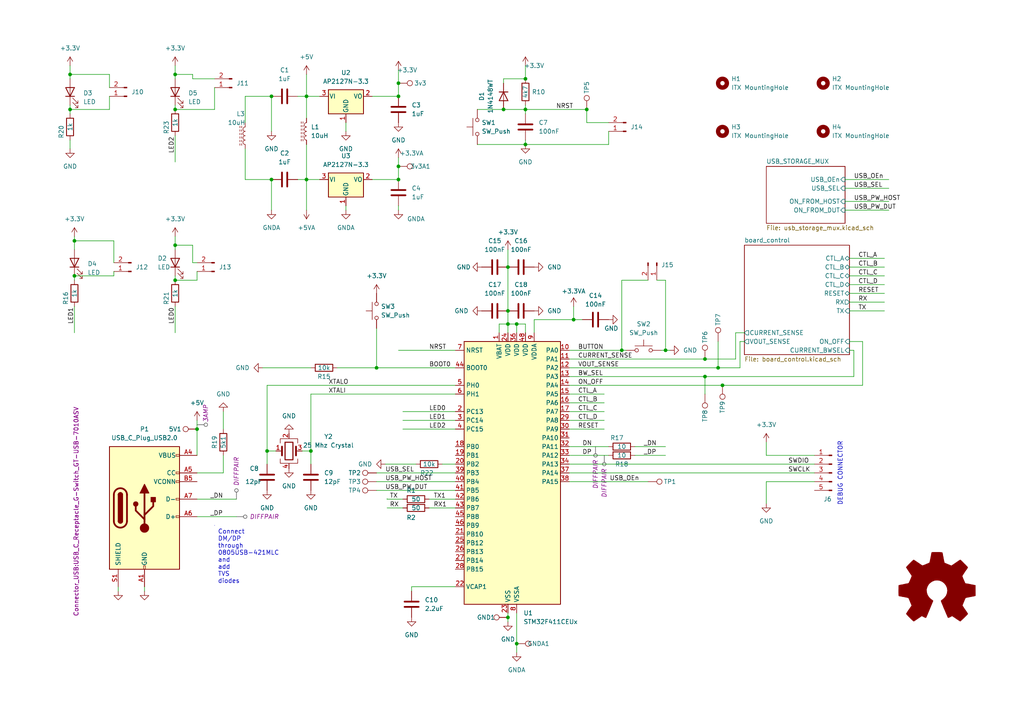
<source format=kicad_sch>
(kicad_sch (version 20230121) (generator eeschema)
  (paper "A4")
  (title_block (title "Jumpstart controller") (date "2023-06-13") (rev "1.0.0") (company "Red Hat Inc.") (comment 1 "Emerging Technologies") (comment 3 "helps perform CI on Embedded Systems") (comment 4 "This is board is part of the JumpStart project"))
  (lib_symbols
    (symbol "Connector:Conn_01x02_Pin" (pin_names (offset 1.016) hide)
      (property "Reference" "J" (at 0 2.54 0))
      (property "Value" "Conn_01x02_Pin" (at 0 -5.08 0))
      (symbol "Conn_01x02_Pin_1_1"
        (pin passive line (at 5.08 0 180) (length 3.81) (name "Pin_1") (number "1"))
        (pin passive line (at 5.08 -2.54 180) (length 3.81) (name "Pin_2") (number "2"))
      )
    )
    (symbol "Connector:Conn_01x05_Pin" (pin_names (offset 1.016) hide)
      (property "Reference" "J" (at 0 7.62 0))
      (property "Value" "Conn_01x05_Pin" (at 0 -7.62 0))
      (symbol "Conn_01x05_Pin_1_1"
        (pin passive line (at 5.08 5.08 180) (length 3.81) (name "Pin_1") (number "1"))
        (pin passive line (at 5.08 2.54 180) (length 3.81) (name "Pin_2") (number "2"))
        (pin passive line (at 5.08 0 180) (length 3.81) (name "Pin_3") (number "3"))
        (pin passive line (at 5.08 -2.54 180) (length 3.81) (name "Pin_4") (number "4"))
        (pin passive line (at 5.08 -5.08 180) (length 3.81) (name "Pin_5") (number "5"))
      )
    )
    (symbol "Connector:TestPoint" (pin_numbers hide) (pin_names (offset 0.762) hide)
      (property "Reference" "TP" (at 0 6.858 0))
      (property "Value" "TestPoint" (at 0 5.08 0))
      (symbol "TestPoint_1_1"
        (pin passive line (at 0 0 90) (length 2.54) (name "1") (number "1"))
      )
    )
    (symbol "Connector:USB_C_Plug_USB2.0" (pin_names (offset 1.016))
      (property "Reference" "P" (at -10.16 19.05 0))
      (property "Value" "USB_C_Plug_USB2.0" (at 12.7 19.05 0))
      (symbol "USB_C_Plug_USB2.0_1_1"
        (pin passive line (at 0 -22.86 90) (length 5.08) (name "GND") (number "A1"))
        (pin passive line (at 0 -22.86 90) (length 5.08) hide (name "GND") (number "A12"))
        (pin passive line (at 15.24 15.24 180) (length 5.08) (name "VBUS") (number "A4"))
        (pin bidirectional line (at 15.24 10.16 180) (length 5.08) (name "CC") (number "A5"))
        (pin bidirectional line (at 15.24 -2.54 180) (length 5.08) (name "D+") (number "A6"))
        (pin bidirectional line (at 15.24 2.54 180) (length 5.08) (name "D-") (number "A7"))
        (pin passive line (at 15.24 15.24 180) (length 5.08) hide (name "VBUS") (number "A9"))
        (pin passive line (at 0 -22.86 90) (length 5.08) hide (name "GND") (number "B1"))
        (pin passive line (at 0 -22.86 90) (length 5.08) hide (name "GND") (number "B12"))
        (pin passive line (at 15.24 15.24 180) (length 5.08) hide (name "VBUS") (number "B4"))
        (pin bidirectional line (at 15.24 7.62 180) (length 5.08) (name "VCONN") (number "B5"))
        (pin passive line (at 15.24 15.24 180) (length 5.08) hide (name "VBUS") (number "B9"))
        (pin passive line (at -7.62 -22.86 90) (length 5.08) (name "SHIELD") (number "S1"))
      )
    )
    (symbol "Device:C" (pin_numbers hide) (pin_names (offset 0.254))
      (property "Reference" "C" (at 0.635 2.54 0))
      (property "Value" "C" (at 0.635 -2.54 0))
      (symbol "C_1_1"
        (pin passive line (at 0 3.81 270) (length 2.794) (name "~") (number "1"))
        (pin passive line (at 0 -3.81 90) (length 2.794) (name "~") (number "2"))
      )
    )
    (symbol "Device:Crystal_GND24" (pin_names (offset 1.016) hide)
      (property "Reference" "Y" (at 3.175 5.08 0))
      (property "Value" "Crystal_GND24" (at 3.175 3.175 0))
      (symbol "Crystal_GND24_1_1"
        (pin passive line (at -3.81 0 0) (length 1.27) (name "1") (number "1"))
        (pin passive line (at 0 5.08 270) (length 1.27) (name "2") (number "2"))
        (pin passive line (at 3.81 0 180) (length 1.27) (name "3") (number "3"))
        (pin passive line (at 0 -5.08 90) (length 1.27) (name "4") (number "4"))
      )
    )
    (symbol "Device:LED" (pin_numbers hide) (pin_names (offset 1.016) hide)
      (property "Reference" "D" (at 0 2.54 0))
      (property "Value" "LED" (at 0 -2.54 0))
      (symbol "LED_1_1"
        (pin passive line (at -3.81 0 0) (length 2.54) (name "K") (number "1"))
        (pin passive line (at 3.81 0 180) (length 2.54) (name "A") (number "2"))
      )
    )
    (symbol "Device:L_Ferrite" (pin_numbers hide) (pin_names (offset 1.016) hide)
      (property "Reference" "L" (at -1.27 0 90))
      (property "Value" "L_Ferrite" (at 2.794 0 90))
      (symbol "L_Ferrite_1_1"
        (pin passive line (at 0 3.81 270) (length 1.27) (name "1") (number "1"))
        (pin passive line (at 0 -3.81 90) (length 1.27) (name "2") (number "2"))
      )
    )
    (symbol "Device:R" (pin_numbers hide) (pin_names (offset 0))
      (property "Reference" "R" (at 2.032 0 90))
      (property "Value" "R" (at 0 0 90))
      (symbol "R_1_1"
        (pin passive line (at 0 3.81 270) (length 1.27) (name "~") (number "1"))
        (pin passive line (at 0 -3.81 90) (length 1.27) (name "~") (number "2"))
      )
    )
    (symbol "Diode:1N4148WT" (pin_numbers hide) (pin_names hide)
      (property "Reference" "D" (at 0 2.54 0))
      (property "Value" "1N4148WT" (at 0 -2.54 0))
      (symbol "1N4148WT_1_1"
        (pin passive line (at -3.81 0 0) (length 2.54) (name "K") (number "1"))
        (pin passive line (at 3.81 0 180) (length 2.54) (name "A") (number "2"))
      )
    )
    (symbol "Graphic:Logo_Open_Hardware_Large" (in_bom no) (on_board no))
    (symbol "MCU_ST_STM32F4:STM32F411CEUx"
      (property "Reference" "U" (at -12.7 39.37 0))
      (property "Value" "STM32F411CEUx" (at 10.16 39.37 0))
      (symbol "STM32F411CEUx_1_1"
        (pin power_in line (at -2.54 40.64 270) (length 2.54) (name "VBAT") (number "1"))
        (pin bidirectional line (at 17.78 35.56 180) (length 2.54) (name "PA0") (number "10"))
        (pin bidirectional line (at 17.78 33.02 180) (length 2.54) (name "PA1") (number "11"))
        (pin bidirectional line (at 17.78 30.48 180) (length 2.54) (name "PA2") (number "12"))
        (pin bidirectional line (at 17.78 27.94 180) (length 2.54) (name "PA3") (number "13"))
        (pin bidirectional line (at 17.78 25.4 180) (length 2.54) (name "PA4") (number "14"))
        (pin bidirectional line (at 17.78 22.86 180) (length 2.54) (name "PA5") (number "15"))
        (pin bidirectional line (at 17.78 20.32 180) (length 2.54) (name "PA6") (number "16"))
        (pin bidirectional line (at 17.78 17.78 180) (length 2.54) (name "PA7") (number "17"))
        (pin bidirectional line (at -15.24 7.62 0) (length 2.54) (name "PB0") (number "18"))
        (pin bidirectional line (at -15.24 5.08 0) (length 2.54) (name "PB1") (number "19"))
        (pin bidirectional line (at -15.24 17.78 0) (length 2.54) (name "PC13") (number "2"))
        (pin bidirectional line (at -15.24 2.54 0) (length 2.54) (name "PB2") (number "20"))
        (pin bidirectional line (at -15.24 -17.78 0) (length 2.54) (name "PB10") (number "21"))
        (pin power_out line (at -15.24 -33.02 0) (length 2.54) (name "VCAP1") (number "22"))
        (pin power_in line (at 0 -40.64 90) (length 2.54) (name "VSS") (number "23"))
        (pin power_in line (at 0 40.64 270) (length 2.54) (name "VDD") (number "24"))
        (pin bidirectional line (at -15.24 -20.32 0) (length 2.54) (name "PB12") (number "25"))
        (pin bidirectional line (at -15.24 -22.86 0) (length 2.54) (name "PB13") (number "26"))
        (pin bidirectional line (at -15.24 -25.4 0) (length 2.54) (name "PB14") (number "27"))
        (pin bidirectional line (at -15.24 -27.94 0) (length 2.54) (name "PB15") (number "28"))
        (pin bidirectional line (at 17.78 15.24 180) (length 2.54) (name "PA8") (number "29"))
        (pin bidirectional line (at -15.24 15.24 0) (length 2.54) (name "PC14") (number "3"))
        (pin bidirectional line (at 17.78 12.7 180) (length 2.54) (name "PA9") (number "30"))
        (pin bidirectional line (at 17.78 10.16 180) (length 2.54) (name "PA10") (number "31"))
        (pin bidirectional line (at 17.78 7.62 180) (length 2.54) (name "PA11") (number "32"))
        (pin bidirectional line (at 17.78 5.08 180) (length 2.54) (name "PA12") (number "33"))
        (pin bidirectional line (at 17.78 2.54 180) (length 2.54) (name "PA13") (number "34"))
        (pin passive line (at 0 -40.64 90) (length 2.54) hide (name "VSS") (number "35"))
        (pin power_in line (at 2.54 40.64 270) (length 2.54) (name "VDD") (number "36"))
        (pin bidirectional line (at 17.78 0 180) (length 2.54) (name "PA14") (number "37"))
        (pin bidirectional line (at 17.78 -2.54 180) (length 2.54) (name "PA15") (number "38"))
        (pin bidirectional line (at -15.24 0 0) (length 2.54) (name "PB3") (number "39"))
        (pin bidirectional line (at -15.24 12.7 0) (length 2.54) (name "PC15") (number "4"))
        (pin bidirectional line (at -15.24 -2.54 0) (length 2.54) (name "PB4") (number "40"))
        (pin bidirectional line (at -15.24 -5.08 0) (length 2.54) (name "PB5") (number "41"))
        (pin bidirectional line (at -15.24 -7.62 0) (length 2.54) (name "PB6") (number "42"))
        (pin bidirectional line (at -15.24 -10.16 0) (length 2.54) (name "PB7") (number "43"))
        (pin input line (at -15.24 30.48 0) (length 2.54) (name "BOOT0") (number "44"))
        (pin bidirectional line (at -15.24 -12.7 0) (length 2.54) (name "PB8") (number "45"))
        (pin bidirectional line (at -15.24 -15.24 0) (length 2.54) (name "PB9") (number "46"))
        (pin passive line (at 0 -40.64 90) (length 2.54) hide (name "VSS") (number "47"))
        (pin power_in line (at 5.08 40.64 270) (length 2.54) (name "VDD") (number "48"))
        (pin passive line (at 0 -40.64 90) (length 2.54) hide (name "VSS") (number "49"))
        (pin bidirectional line (at -15.24 25.4 0) (length 2.54) (name "PH0") (number "5"))
        (pin bidirectional line (at -15.24 22.86 0) (length 2.54) (name "PH1") (number "6"))
        (pin input line (at -15.24 35.56 0) (length 2.54) (name "NRST") (number "7"))
        (pin power_in line (at 2.54 -40.64 90) (length 2.54) (name "VSSA") (number "8"))
        (pin power_in line (at 7.62 40.64 270) (length 2.54) (name "VDDA") (number "9"))
      )
    )
    (symbol "Mechanical:MountingHole" (pin_names (offset 1.016))
      (property "Reference" "H" (at 0 5.08 0))
      (property "Value" "MountingHole" (at 0 3.175 0))
    )
    (symbol "Regulator_Linear:AP2127N-3.3" (pin_names (offset 0.254))
      (property "Reference" "U" (at -3.81 3.175 0))
      (property "Value" "AP2127N-3.3" (at 0 3.175 0))
      (symbol "AP2127N-3.3_1_1"
        (pin power_in line (at 0 -7.62 90) (length 2.54) (name "GND") (number "1"))
        (pin power_out line (at 7.62 0 180) (length 2.54) (name "VO") (number "2"))
        (pin power_in line (at -7.62 0 0) (length 2.54) (name "VI") (number "3"))
      )
    )
    (symbol "Switch:SW_Push" (pin_numbers hide) (pin_names (offset 1.016) hide)
      (property "Reference" "SW" (at 1.27 2.54 0))
      (property "Value" "SW_Push" (at 0 -1.524 0))
      (symbol "SW_Push_0_1"
        (pin passive line (at -5.08 0 0) (length 2.54) (name "1") (number "1"))
        (pin passive line (at 5.08 0 180) (length 2.54) (name "2") (number "2"))
      )
    )
    (symbol "power:+3.3V" (power) (pin_names (offset 0))
      (property "Value" "+3.3V" (at 0 3.556 0))
      (symbol "+3.3V_1_1"
        (pin power_in line (at 0 0 90) (length 0) hide (name "+3.3V") (number "1"))
      )
    )
    (symbol "power:+3.3VA" (power) (pin_names (offset 0))
      (property "Value" "+3.3VA" (at 0 3.556 0))
      (symbol "+3.3VA_1_1"
        (pin power_in line (at 0 0 90) (length 0) hide (name "+3.3VA") (number "1"))
      )
    )
    (symbol "power:+5V" (power) (pin_names (offset 0))
      (property "Value" "+5V" (at 0 3.556 0))
      (symbol "+5V_1_1"
        (pin power_in line (at 0 0 90) (length 0) hide (name "+5V") (number "1"))
      )
    )
    (symbol "power:+5VA" (power) (pin_names (offset 0))
      (property "Value" "+5VA" (at 0 3.556 0))
      (symbol "+5VA_1_1"
        (pin power_in line (at 0 0 90) (length 0) hide (name "+5VA") (number "1"))
      )
    )
    (symbol "power:GND" (power) (pin_names (offset 0))
      (property "Value" "GND" (at 0 -3.81 0))
      (symbol "GND_1_1"
        (pin power_in line (at 0 0 270) (length 0) hide (name "GND") (number "1"))
      )
    )
    (symbol "power:GNDA" (power) (pin_names (offset 0))
      (property "Value" "GNDA" (at 0 -3.81 0))
      (symbol "GNDA_1_1"
        (pin power_in line (at 0 0 270) (length 0) hide (name "GNDA") (number "1"))
      )
    )
  )
  (junction (at 115.57 24.13))
  (junction (at 115.57 27.94))
  (junction (at 204.47 109.22))
  (junction (at 50.8 81.28))
  (junction (at 147.32 77.47))
  (junction (at 209.55 111.76))
  (junction (at 193.04 101.6))
  (junction (at 109.22 106.68))
  (junction (at 57.15 124.46))
  (junction (at 50.8 31.75))
  (junction (at 152.4 41.91))
  (junction (at 208.28 106.68))
  (junction (at 115.57 48.26))
  (junction (at 166.37 92.71))
  (junction (at 20.32 21.59))
  (junction (at 152.4 31.75))
  (junction (at 147.32 179.07))
  (junction (at 152.4 22.86))
  (junction (at 147.32 93.98))
  (junction (at 78.74 52.07))
  (junction (at 115.57 52.07))
  (junction (at 146.05 31.75))
  (junction (at 147.32 90.17))
  (junction (at 170.18 31.75))
  (junction (at 88.9 52.07))
  (junction (at 204.47 104.14))
  (junction (at 180.34 101.6))
  (junction (at 149.86 93.98))
  (junction (at 21.59 80.01))
  (junction (at 77.47 130.81))
  (junction (at 20.32 31.75))
  (junction (at 149.86 186.69))
  (junction (at 88.9 27.94))
  (junction (at 90.17 130.81))
  (junction (at 21.59 69.85))
  (junction (at 50.8 21.59))
  (junction (at 78.74 27.94))
  (junction (at 50.8 71.12))
  (wire (pts (xy 213.36 96.52) (xy 215.9 96.52)))
  (wire (pts (xy 165.1 129.54) (xy 176.53 129.54)))
  (wire (pts (xy 33.02 78.74) (xy 33.02 80.01)))
  (wire (pts (xy 236.22 132.08) (xy 222.25 132.08)))
  (wire (pts (xy 77.47 111.76) (xy 77.47 130.81)))
  (wire (pts (xy 77.47 130.81) (xy 80.01 130.81)))
  (wire (pts (xy 55.88 71.12) (xy 50.8 71.12)))
  (wire (pts (xy 180.34 101.6) (xy 181.61 101.6)))
  (wire (pts (xy 147.32 90.17) (xy 147.32 93.98)))
  (wire (pts (xy 128.27 134.62) (xy 132.08 134.62)))
  (wire (pts (xy 165.1 111.76) (xy 209.55 111.76)))
  (wire (pts (xy 165.1 137.16) (xy 236.22 137.16)))
  (wire (pts (xy 193.04 101.6) (xy 194.31 101.6)))
  (wire (pts (xy 88.9 41.91) (xy 88.9 52.07)))
  (wire (pts (xy 57.15 132.08) (xy 57.15 124.46)))
  (wire (pts (xy 31.75 27.94) (xy 31.75 31.75)))
  (wire (pts (xy 50.8 39.37) (xy 50.8 46.99)))
  (wire (pts (xy 222.25 128.27) (xy 222.25 132.08)))
  (wire (pts (xy 111.76 134.62) (xy 120.65 134.62)))
  (wire (pts (xy 204.47 109.22) (xy 247.65 109.22)))
  (wire (pts (xy 20.32 40.64) (xy 20.32 43.18)))
  (wire (pts (xy 55.88 22.86) (xy 55.88 21.59)))
  (wire (pts (xy 20.32 19.05) (xy 20.32 21.59)))
  (wire (pts (xy 86.36 52.07) (xy 88.9 52.07)))
  (wire (pts (xy 204.47 104.14) (xy 165.1 104.14)))
  (wire (pts (xy 78.74 27.94) (xy 78.74 38.1)))
  (wire (pts (xy 57.15 149.86) (xy 68.58 149.86)))
  (wire (pts (xy 21.59 88.9) (xy 21.59 96.52)))
  (wire (pts (xy 57.15 78.74) (xy 57.15 81.28)))
  (wire (pts (xy 245.11 52.07) (xy 257.81 52.07)))
  (wire (pts (xy 77.47 111.76) (xy 132.08 111.76)))
  (wire (pts (xy 115.57 20.32) (xy 115.57 24.13)))
  (wire (pts (xy 187.96 81.28) (xy 180.34 81.28)))
  (wire (pts (xy 21.59 68.58) (xy 21.59 69.85)))
  (wire (pts (xy 246.38 90.17) (xy 256.54 90.17)))
  (wire (pts (xy 109.22 95.25) (xy 109.22 106.68)))
  (wire (pts (xy 209.55 111.76) (xy 250.19 111.76)))
  (wire (pts (xy 154.94 96.52) (xy 154.94 92.71)))
  (wire (pts (xy 116.84 121.92) (xy 132.08 121.92)))
  (wire (pts (xy 146.05 24.13) (xy 146.05 22.86)))
  (wire (pts (xy 20.32 21.59) (xy 20.32 22.86)))
  (wire (pts (xy 55.88 76.2) (xy 55.88 71.12)))
  (wire (pts (xy 165.1 132.08) (xy 176.53 132.08)))
  (wire (pts (xy 31.75 21.59) (xy 20.32 21.59)))
  (wire (pts (xy 184.15 132.08) (xy 193.04 132.08)))
  (wire (pts (xy 77.47 134.62) (xy 77.47 130.81)))
  (wire (pts (xy 88.9 21.59) (xy 88.9 27.94)))
  (wire (pts (xy 149.86 177.8) (xy 149.86 186.69)))
  (wire (pts (xy 144.78 93.98) (xy 147.32 93.98)))
  (wire (pts (xy 90.17 130.81) (xy 90.17 134.62)))
  (wire (pts (xy 71.12 27.94) (xy 78.74 27.94)))
  (wire (pts (xy 50.8 88.9) (xy 50.8 96.52)))
  (wire (pts (xy 57.15 144.78) (xy 68.58 144.78)))
  (wire (pts (xy 187.96 139.7) (xy 165.1 139.7)))
  (wire (pts (xy 62.23 25.4) (xy 62.23 31.75)))
  (wire (pts (xy 165.1 121.92) (xy 175.26 121.92)))
  (wire (pts (xy 165.1 119.38) (xy 175.26 119.38)))
  (wire (pts (xy 166.37 92.71) (xy 168.91 92.71)))
  (wire (pts (xy 109.22 139.7) (xy 132.08 139.7)))
  (wire (pts (xy 245.11 60.96) (xy 257.81 60.96)))
  (wire (pts (xy 152.4 40.64) (xy 152.4 41.91)))
  (wire (pts (xy 152.4 41.91) (xy 176.53 41.91)))
  (wire (pts (xy 147.32 93.98) (xy 147.32 96.52)))
  (wire (pts (xy 208.28 106.68) (xy 165.1 106.68)))
  (wire (pts (xy 88.9 27.94) (xy 92.71 27.94)))
  (wire (pts (xy 50.8 68.58) (xy 50.8 71.12)))
  (wire (pts (xy 147.32 77.47) (xy 147.32 90.17)))
  (wire (pts (xy 107.95 27.94) (xy 115.57 27.94)))
  (wire (pts (xy 109.22 142.24) (xy 132.08 142.24)))
  (wire (pts (xy 236.22 139.7) (xy 222.25 139.7)))
  (wire (pts (xy 71.12 52.07) (xy 78.74 52.07)))
  (wire (pts (xy 115.57 48.26) (xy 115.57 45.72)))
  (wire (pts (xy 193.04 81.28) (xy 193.04 101.6)))
  (wire (pts (xy 208.28 99.06) (xy 208.28 106.68)))
  (wire (pts (xy 184.15 129.54) (xy 193.04 129.54)))
  (wire (pts (xy 50.8 30.48) (xy 50.8 31.75)))
  (wire (pts (xy 41.91 170.18) (xy 41.91 171.45)))
  (wire (pts (xy 146.05 31.75) (xy 152.4 31.75)))
  (wire (pts (xy 154.94 92.71) (xy 166.37 92.71)))
  (wire (pts (xy 62.23 31.75) (xy 50.8 31.75)))
  (wire (pts (xy 90.17 114.3) (xy 132.08 114.3)))
  (wire (pts (xy 55.88 21.59) (xy 50.8 21.59)))
  (wire (pts (xy 33.02 80.01) (xy 21.59 80.01)))
  (wire (pts (xy 191.77 101.6) (xy 193.04 101.6)))
  (wire (pts (xy 138.43 31.75) (xy 146.05 31.75)))
  (wire (pts (xy 165.1 134.62) (xy 236.22 134.62)))
  (wire (pts (xy 152.4 19.05) (xy 152.4 22.86)))
  (wire (pts (xy 109.22 106.68) (xy 132.08 106.68)))
  (wire (pts (xy 71.12 43.18) (xy 71.12 52.07)))
  (wire (pts (xy 78.74 52.07) (xy 78.74 60.96)))
  (wire (pts (xy 246.38 101.6) (xy 247.65 101.6)))
  (wire (pts (xy 152.4 30.48) (xy 152.4 31.75)))
  (wire (pts (xy 88.9 52.07) (xy 92.71 52.07)))
  (wire (pts (xy 165.1 116.84) (xy 175.26 116.84)))
  (wire (pts (xy 149.86 186.69) (xy 149.86 189.23)))
  (wire (pts (xy 119.38 170.18) (xy 119.38 171.45)))
  (wire (pts (xy 112.268 147.32) (xy 116.84 147.32)))
  (wire (pts (xy 57.15 137.16) (xy 64.77 137.16)))
  (wire (pts (xy 149.86 93.98) (xy 149.86 96.52)))
  (wire (pts (xy 87.63 130.81) (xy 90.17 130.81)))
  (wire (pts (xy 97.79 106.68) (xy 109.22 106.68)))
  (wire (pts (xy 176.53 35.56) (xy 170.18 35.56)))
  (wire (pts (xy 20.32 30.48) (xy 20.32 31.75)))
  (wire (pts (xy 144.78 96.52) (xy 144.78 93.98)))
  (wire (pts (xy 57.15 81.28) (xy 50.8 81.28)))
  (wire (pts (xy 146.05 22.86) (xy 152.4 22.86)))
  (wire (pts (xy 214.63 99.06) (xy 215.9 99.06)))
  (wire (pts (xy 165.1 114.3) (xy 175.26 114.3)))
  (wire (pts (xy 152.4 31.75) (xy 170.18 31.75)))
  (wire (pts (xy 165.1 109.22) (xy 204.47 109.22)))
  (wire (pts (xy 115.57 59.69) (xy 115.57 60.96)))
  (wire (pts (xy 116.84 124.46) (xy 132.08 124.46)))
  (wire (pts (xy 245.11 54.61) (xy 257.81 54.61)))
  (wire (pts (xy 34.29 170.18) (xy 34.29 171.45)))
  (wire (pts (xy 176.53 38.1) (xy 176.53 41.91)))
  (wire (pts (xy 100.33 60.96) (xy 100.33 59.69)))
  (wire (pts (xy 138.43 41.91) (xy 152.4 41.91)))
  (wire (pts (xy 62.23 22.86) (xy 55.88 22.86)))
  (wire (pts (xy 33.02 76.2) (xy 33.02 69.85)))
  (wire (pts (xy 86.36 27.94) (xy 88.9 27.94)))
  (wire (pts (xy 152.4 93.98) (xy 152.4 96.52)))
  (wire (pts (xy 180.34 81.28) (xy 180.34 101.6)))
  (wire (pts (xy 50.8 21.59) (xy 50.8 22.86)))
  (wire (pts (xy 112.268 144.653) (xy 112.268 144.78)))
  (wire (pts (xy 71.12 35.56) (xy 71.12 27.94)))
  (wire (pts (xy 214.63 99.06) (xy 214.63 106.68)))
  (wire (pts (xy 170.18 35.56) (xy 170.18 31.75)))
  (wire (pts (xy 50.8 71.12) (xy 50.8 72.39)))
  (wire (pts (xy 57.15 76.2) (xy 55.88 76.2)))
  (wire (pts (xy 250.19 111.76) (xy 250.19 99.06)))
  (wire (pts (xy 115.57 52.07) (xy 115.57 48.26)))
  (wire (pts (xy 124.46 144.78) (xy 132.08 144.78)))
  (wire (pts (xy 245.11 58.42) (xy 257.81 58.42)))
  (wire (pts (xy 149.86 93.98) (xy 152.4 93.98)))
  (wire (pts (xy 57.15 124.46) (xy 57.15 121.92)))
  (wire (pts (xy 107.95 52.07) (xy 115.57 52.07)))
  (wire (pts (xy 109.22 137.16) (xy 132.08 137.16)))
  (wire (pts (xy 165.1 101.6) (xy 180.34 101.6)))
  (wire (pts (xy 246.38 74.93) (xy 256.54 74.93)))
  (wire (pts (xy 100.33 35.56) (xy 100.33 38.1)))
  (wire (pts (xy 76.2 106.68) (xy 90.17 106.68)))
  (wire (pts (xy 147.32 177.8) (xy 147.32 179.07)))
  (wire (pts (xy 132.08 170.18) (xy 119.38 170.18)))
  (wire (pts (xy 213.36 96.52) (xy 213.36 104.14)))
  (wire (pts (xy 213.36 104.14) (xy 204.47 104.14)))
  (wire (pts (xy 88.9 27.94) (xy 88.9 34.29)))
  (wire (pts (xy 33.02 69.85) (xy 21.59 69.85)))
  (wire (pts (xy 214.63 106.68) (xy 208.28 106.68)))
  (wire (pts (xy 90.17 130.81) (xy 90.17 114.3)))
  (wire (pts (xy 246.38 80.01) (xy 256.54 80.01)))
  (wire (pts (xy 50.8 19.05) (xy 50.8 21.59)))
  (wire (pts (xy 247.65 109.22) (xy 247.65 101.6)))
  (wire (pts (xy 165.1 124.46) (xy 175.26 124.46)))
  (wire (pts (xy 147.32 72.39) (xy 147.32 77.47)))
  (wire (pts (xy 124.46 147.32) (xy 132.08 147.32)))
  (wire (pts (xy 204.47 109.22) (xy 204.47 114.3)))
  (wire (pts (xy 115.57 24.13) (xy 115.57 27.94)))
  (wire (pts (xy 246.38 87.63) (xy 256.54 87.63)))
  (wire (pts (xy 190.5 81.28) (xy 193.04 81.28)))
  (wire (pts (xy 21.59 80.01) (xy 21.59 81.28)))
  (wire (pts (xy 21.59 69.85) (xy 21.59 72.39)))
  (wire (pts (xy 147.32 179.07) (xy 147.32 180.34)))
  (wire (pts (xy 31.75 25.4) (xy 31.75 21.59)))
  (wire (pts (xy 116.84 119.38) (xy 132.08 119.38)))
  (wire (pts (xy 20.32 31.75) (xy 20.32 33.02)))
  (wire (pts (xy 166.37 88.9) (xy 166.37 92.71)))
  (wire (pts (xy 50.8 80.01) (xy 50.8 81.28)))
  (wire (pts (xy 246.38 85.09) (xy 256.54 85.09)))
  (wire (pts (xy 64.77 119.38) (xy 64.77 124.46)))
  (wire (pts (xy 246.38 99.06) (xy 250.19 99.06)))
  (wire (pts (xy 31.75 31.75) (xy 20.32 31.75)))
  (wire (pts (xy 246.38 77.47) (xy 256.54 77.47)))
  (wire (pts (xy 64.77 132.08) (xy 64.77 137.16)))
  (wire (pts (xy 152.4 31.75) (xy 152.4 33.02)))
  (wire (pts (xy 88.9 60.96) (xy 88.9 52.07)))
  (wire (pts (xy 147.32 93.98) (xy 149.86 93.98)))
  (wire (pts (xy 222.25 139.7) (xy 222.25 146.05)))
  (wire (pts (xy 115.57 101.6) (xy 132.08 101.6)))
  (wire (pts (xy 116.84 144.78) (xy 112.268 144.78)))
  (wire (pts (xy 246.38 82.55) (xy 256.54 82.55)))
  (text_box "Connect DM/DP through 0805USB-421MLC\nand add TVS diodes" (at 62.23 152.4 0) (size 0 0) (effects (font (size 1.27 1.27)) (justify left top)))
  (text "DEBUG CONNECTOR\n" (at 244.475 146.685 90) (effects (font (size 1.27 1.27)) (justify left bottom)))
  (label "USB_OEn" (at 247.65 52.07 0))
  (label "CTL_C" (at 248.92 80.01 0))
  (label "CTL_C" (at 167.64 119.38 0))
  (label "_DP" (at 186.69 132.08 0))
  (label "SWCLK" (at 228.6 137.16 0))
  (label "DP" (at 168.91 132.08 0))
  (label "LED0" (at 124.46 119.38 0))
  (label "CTL_A" (at 248.92 74.93 0))
  (label "BW_SEL" (at 167.64 109.22 0))
  (label "TX1" (at 125.73 144.78 0))
  (label "BOOT0" (at 124.46 106.68 0))
  (label "LED1" (at 124.46 121.92 0))
  (label "USB_PW_HOST" (at 111.76 139.7 0))
  (label "CTL_A" (at 167.64 114.3 0))
  (label "VOUT_SENSE" (at 167.64 106.68 0))
  (label "_DN" (at 186.69 129.54 0))
  (label "LED1" (at 21.59 93.98 90))
  (label "CTL_B" (at 167.64 116.84 0))
  (label "USB_SEL" (at 111.76 137.16 0))
  (label "SWDIO" (at 228.6 134.62 0))
  (label "NRST" (at 124.46 101.6 0))
  (label "RESET" (at 248.92 85.09 0))
  (label "_DP" (at 60.96 149.86 0))
  (label "_DN" (at 60.96 144.78 0))
  (label "LED2" (at 50.8 44.45 90))
  (label "USB_PW_HOST" (at 247.65 58.42 0))
  (label "RX1" (at 125.73 147.32 0))
  (label "USB_SEL" (at 247.65 54.61 0))
  (label "DN" (at 168.91 129.54 0))
  (label "CTL_D" (at 248.92 82.55 0))
  (label "RX" (at 113.03 147.32 0))
  (label "CURRENT_SENSE" (at 167.64 104.14 0))
  (label "LED0" (at 50.8 93.98 90))
  (label "NRST" (at 161.29 31.75 0))
  (label "XTALI" (at 95.25 114.3 0))
  (label "TX" (at 248.92 90.17 0))
  (label "BUTTON" (at 167.64 101.6 0))
  (label "LED2" (at 124.46 124.46 0))
  (label "USB_PW_DUT" (at 247.65 60.96 0))
  (label "TX" (at 113.03 144.78 0))
  (label "XTALO" (at 95.25 111.76 0))
  (label "RESET" (at 167.64 124.46 0))
  (label "ON_OFF" (at 167.64 111.76 0))
  (label "RX" (at 248.92 87.63 0))
  (label "CTL_B" (at 248.92 77.47 0))
  (label "USB_PW_DUT" (at 111.76 142.24 0))
  (label "CTL_D" (at 167.64 121.92 0))
  (label "USB_OEn" (at 185.42 139.7 180))
  (netclass_flag "" (length 2.54) (shape round) (at 57.15 123.19 270) (property "Netclass" "3AMP" (at 59.69 122.4915 90) (effects (font italic) (justify left))))
  (netclass_flag "" (length 2.54) (shape round) (at 172.72 129.54 180) (property "Netclass" "DIFFPAIR" (at 172.72 133.35 90) (effects (font italic) (justify right))))
  (netclass_flag "" (length 2.54) (shape round) (at 68.58 144.78 0) (property "Netclass" "DIFFPAIR" (at 68.58 140.97 90) (effects (font italic) (justify left))))
  (netclass_flag "" (length 2.54) (shape round) (at 68.58 149.86 270) (property "Netclass" "DIFFPAIR" (at 72.39 149.86 0) (effects (font italic) (justify left))))
  (netclass_flag "" (length 2.54) (shape round) (at 175.26 132.08 180) (property "Netclass" "DIFFPAIR" (at 175.26 135.89 90) (effects (font italic) (justify right))))
  (symbol (lib_id "power:+5V") (at 57.15 121.92 0) (unit 1)
    (property "Reference" "#PWR054" (effects hide))
    (property "Value" "+5V" (at 57.15 116.84 0))
  )
  (symbol (lib_id "Device:R") (at 64.77 128.27 180) (unit 1)
    (property "Reference" "R19" (at 62.23 128.27 90))
    (property "Value" "5k1" (at 64.77 128.27 90))
    (property "Footprint" "Resistor_SMD:R_0603_1608Metric" (effects hide))
  )
  (symbol (lib_id "Connector:Conn_01x02_Pin") (at 38.1 78.74 180) (unit 1)
    (property "Reference" "J12" (at 39.37 77.47 0) (effects (justify right)))
    (property "Value" "Conn_01x02_Pin" (effects hide))
    (property "Footprint" "Connector_PinHeader_2.54mm:PinHeader_1x02_P2.54mm_Vertical" (effects hide))
  )
  (symbol (lib_id "Device:LED") (at 50.8 26.67 90) (unit 1)
    (property "Reference" "D5" (at 54.61 26.9875 90) (effects (justify right)))
    (property "Value" "LED" (at 54.61 29.5275 90) (effects (justify right)))
    (property "Footprint" "LED_SMD:LED_0603_1608Metric" (effects hide))
  )
  (symbol (lib_id "Device:R") (at 120.65 144.78 90) (unit 1)
    (property "Reference" "R1" (at 119.253 142.24 90))
    (property "Value" "50" (at 120.65 147.32 90))
    (property "Footprint" "Resistor_SMD:R_0603_1608Metric" (effects hide))
  )
  (symbol (lib_id "Connector:TestPoint") (at 109.22 137.16 90) (unit 1)
    (property "Reference" "TP2" (at 102.87 137.16 90))
    (property "Value" "TestPoint" (effects hide))
    (property "Footprint" "TestPoint:TestPoint_Pad_D1.0mm" (effects hide))
  )
  (symbol (lib_id "Device:R") (at 93.98 106.68 270) (unit 1)
    (property "Reference" "R15" (at 93.98 109.22 90))
    (property "Value" "10k" (at 93.98 106.68 90))
    (property "Footprint" "Resistor_SMD:R_0603_1608Metric" (effects hide))
  )
  (symbol (lib_id "Device:C") (at 152.4 36.83 180) (unit 1)
    (property "Reference" "C7" (at 156.21 35.56 0) (effects (justify right)))
    (property "Value" "100nF" (at 156.21 38.1 0) (effects (justify right)))
    (property "Footprint" "Capacitor_SMD:C_0603_1608Metric" (effects hide))
  )
  (symbol (lib_id "power:+3.3VA") (at 166.37 88.9 0) (unit 1)
    (property "Reference" "#PWR09" (effects hide))
    (property "Value" "+3.3VA" (at 166.37 84.455 0))
  )
  (symbol (lib_id "power:GND") (at 90.17 142.24 0) (unit 1)
    (property "Reference" "#PWR033" (effects hide))
    (property "Value" "GND" (at 90.17 147.32 0))
  )
  (symbol (lib_id "power:+3.3V") (at 147.32 72.39 0) (unit 1)
    (property "Reference" "#PWR08" (effects hide))
    (property "Value" "+3.3V" (at 147.32 67.31 0))
  )
  (symbol (lib_id "Regulator_Linear:AP2127N-3.3") (at 100.33 52.07 0) (unit 1)
    (property "Reference" "U3" (at 100.33 45.212 0))
    (property "Value" "AP2127N-3.3" (at 100.33 47.752 0))
    (property "Footprint" "Package_TO_SOT_SMD:SOT-23" (effects hide))
    (property "Datasheet" "https://www.diodes.com/assets/Datasheets/AP2127.pdf" (effects hide))
  )
  (symbol (lib_id "Switch:SW_Push") (at 186.69 101.6 0) (unit 1)
    (property "Reference" "SW2" (at 186.69 93.98 0))
    (property "Value" "SW_Push" (at 186.69 96.52 0))
    (property "Footprint" "Button_Switch_SMD:SW_SPST_B3S-1000" (effects hide))
  )
  (symbol (lib_id "Connector:Conn_01x02_Pin") (at 62.23 78.74 180) (unit 1)
    (property "Reference" "J13" (at 63.5 77.47 0) (effects (justify right)))
    (property "Value" "Conn_01x02_Pin" (effects hide))
    (property "Footprint" "Connector_PinHeader_2.54mm:PinHeader_1x02_P2.54mm_Vertical" (effects hide))
  )
  (symbol (lib_id "MCU_ST_STM32F4:STM32F411CEUx") (at 147.32 137.16 0) (unit 1)
    (property "Reference" "U1" (at 151.8159 177.8 0) (effects (justify left)))
    (property "Value" "STM32F411CEUx" (at 151.8159 180.34 0) (effects (justify left)))
    (property "Footprint" "Package_DFN_QFN:QFN-48-1EP_7x7mm_P0.5mm_EP5.6x5.6mm" (effects hide))
    (property "Datasheet" "https://www.st.com/resource/en/datasheet/stm32f411ce.pdf" (effects hide))
  )
  (symbol (lib_id "Device:C") (at 151.13 77.47 90) (unit 1)
    (property "Reference" "C16" (at 151.13 69.85 90))
    (property "Value" "100nF" (at 151.13 72.39 90))
    (property "Footprint" "Capacitor_SMD:C_0603_1608Metric" (effects hide))
  )
  (symbol (lib_id "Connector:Conn_01x02_Pin") (at 190.5 76.2 270) (unit 1)
    (property "Reference" "J15" (at 191.77 76.835 90) (effects (justify left)))
    (property "Value" "Conn_01x02_Pin" (effects hide))
  )
  (symbol (lib_id "Device:R") (at 50.8 85.09 180) (unit 1)
    (property "Reference" "R21" (at 48.26 86.487 90))
    (property "Value" "1k" (at 50.8 85.09 90))
    (property "Footprint" "Resistor_SMD:R_0603_1608Metric" (effects hide))
  )
  (symbol (lib_id "power:+3.3VA") (at 115.57 45.72 0) (unit 1)
    (property "Reference" "#PWR012" (effects hide))
    (property "Value" "+3.3VA" (at 119.38 44.45 0))
  )
  (symbol (lib_id "power:GND") (at 119.38 179.07 0) (unit 1)
    (property "Reference" "#PWR034" (effects hide))
    (property "Value" "GND" (at 119.38 184.15 0))
  )
  (symbol (lib_id "Mechanical:MountingHole") (at 238.76 24.13 0) (unit 1)
    (property "Reference" "H2" (at 241.3 22.86 0) (effects (justify left)))
    (property "Value" "ITX MountingHole" (at 241.3 25.4 0) (effects (justify left)))
    (property "Footprint" "MountingHole:MountingHole_4.3mm_M4_Pad_Via" (effects hide))
  )
  (symbol (lib_id "power:GND") (at 115.57 35.56 0) (unit 1)
    (property "Reference" "#PWR014" (effects hide))
    (property "Value" "GND" (at 115.57 40.64 0))
  )
  (symbol (lib_id "power:+3.3V") (at 21.59 68.58 0) (unit 1)
    (property "Reference" "#PWR051" (effects hide))
    (property "Value" "+3.3V" (at 21.59 63.5 0))
  )
  (symbol (lib_id "power:GND") (at 78.74 38.1 0) (unit 1)
    (property "Reference" "#PWR015" (effects hide))
    (property "Value" "GND" (at 78.74 43.18 0))
  )
  (symbol (lib_id "Device:R") (at 20.32 36.83 180) (unit 1)
    (property "Reference" "R20" (at 17.78 38.227 90))
    (property "Value" "1k" (at 20.32 36.83 90))
    (property "Footprint" "Resistor_SMD:R_0603_1608Metric" (effects hide))
  )
  (symbol (lib_id "power:GND") (at 222.25 146.05 0) (unit 1)
    (property "Reference" "#PWR043" (effects hide))
    (property "Value" "GND" (at 222.25 151.13 0))
  )
  (symbol (lib_id "Connector:TestPoint") (at 149.86 186.69 270) (unit 1)
    (property "Reference" "GNDA1" (at 156.21 186.69 90))
    (property "Value" "TestPoint" (effects hide))
    (property "Footprint" "TestPoint:TestPoint_Pad_D1.0mm" (effects hide))
  )
  (symbol (lib_id "power:GND") (at 139.7 90.17 270) (unit 1)
    (property "Reference" "#PWR058" (effects hide))
    (property "Value" "GND" (at 135.89 90.17 90) (effects (justify right)))
  )
  (symbol (lib_id "power:GND") (at 111.76 134.62 270) (unit 1)
    (property "Reference" "#PWR048" (effects hide))
    (property "Value" "GND" (at 107.95 134.62 90) (effects (justify right)))
  )
  (symbol (lib_id "Device:L_Ferrite") (at 88.9 38.1 180) (unit 1)
    (property "Reference" "L1" (at 90.17 36.83 0) (effects (justify right)))
    (property "Value" "10uH" (at 90.17 39.37 0) (effects (justify right)))
    (property "Footprint" "Inductor_SMD:L_0805_2012Metric" (effects hide))
  )
  (symbol (lib_id "Device:C") (at 119.38 175.26 180) (unit 1)
    (property "Reference" "C10" (at 123.19 173.99 0) (effects (justify right)))
    (property "Value" "2.2uF" (at 123.19 176.53 0) (effects (justify right)))
    (property "Footprint" "Capacitor_SMD:C_0603_1608Metric_Pad1.08x0.95mm_HandSolder" (effects hide))
  )
  (symbol (lib_id "Mechanical:MountingHole") (at 238.76 38.1 0) (unit 1)
    (property "Reference" "H4" (at 241.3 36.83 0) (effects (justify left)))
    (property "Value" "ITX MountingHole" (at 241.3 39.37 0) (effects (justify left)))
    (property "Footprint" "MountingHole:MountingHole_4.3mm_M4_Pad_Via" (effects hide))
  )
  (symbol (lib_id "Graphic:Logo_Open_Hardware_Large") (at 271.78 171.45 0) (unit 1) (in_bom no) (on_board no)
    (property "Reference" "#SYM1" (effects hide))
    (property "Value" "Logo_Open_Hardware_Large" (effects hide))
    (property "Footprint" "Symbol:OSHW-Logo2_9.8x8mm_SilkScreen" (effects hide))
    (property "Sim.Enable" "0" (effects hide))
  )
  (symbol (lib_id "Connector:TestPoint") (at 209.55 111.76 180) (unit 1)
    (property "Reference" "TP9" (at 209.55 118.11 90))
    (property "Value" "TestPoint" (effects hide))
    (property "Footprint" "TestPoint:TestPoint_Pad_D1.0mm" (effects hide))
  )
  (symbol (lib_id "Device:R") (at 50.8 35.56 180) (unit 1)
    (property "Reference" "R23" (at 48.26 36.957 90))
    (property "Value" "1k" (at 50.8 35.56 90))
    (property "Footprint" "Resistor_SMD:R_0603_1608Metric" (effects hide))
  )
  (symbol (lib_id "Switch:SW_Push") (at 109.22 90.17 90) (unit 1)
    (property "Reference" "SW3" (at 110.49 88.9 90) (effects (justify right)))
    (property "Value" "SW_Push" (at 110.49 91.44 90) (effects (justify right)))
    (property "Footprint" "Button_Switch_SMD:SW_SPST_B3S-1000" (effects hide))
  )
  (symbol (lib_id "Device:R") (at 120.65 147.32 90) (unit 1)
    (property "Reference" "R2" (at 119.253 150.114 90))
    (property "Value" "50" (at 120.65 144.78 90))
    (property "Footprint" "Resistor_SMD:R_0603_1608Metric" (effects hide))
  )
  (symbol (lib_id "power:GND") (at 77.47 142.24 0) (unit 1)
    (property "Reference" "#PWR032" (effects hide))
    (property "Value" "GND" (at 77.47 147.32 0))
  )
  (symbol (lib_id "power:GND") (at 34.29 171.45 0) (unit 1)
    (property "Reference" "#PWR038" (effects hide))
    (property "Value" "GND" (effects hide))
  )
  (symbol (lib_id "power:GND") (at 64.77 119.38 180) (unit 1)
    (property "Reference" "#PWR039" (effects hide))
    (property "Value" "GND" (at 64.77 114.3 0))
  )
  (symbol (lib_id "power:GND") (at 83.82 125.73 180) (unit 1)
    (property "Reference" "#PWR063" (effects hide))
    (property "Value" "GND" (at 83.82 120.65 0))
  )
  (symbol (lib_id "Connector:USB_C_Plug_USB2.0") (at 41.91 147.32 0) (unit 1)
    (property "Reference" "P1" (at 41.91 124.46 0))
    (property "Value" "USB_C_Plug_USB2.0" (at 41.91 127 0))
    (property "Footprint" "Connector_USB:USB_C_Receptacle_G-Switch_GT-USB-7010ASV" (at 22.098 148.336 90))
    (property "Datasheet" "https://www.usb.org/sites/default/files/documents/usb_type-c.zip" (effects hide))
  )
  (symbol (lib_id "power:GND") (at 41.91 171.45 0) (unit 1)
    (property "Reference" "#PWR05" (effects hide))
    (property "Value" "GND" (effects hide))
  )
  (symbol (lib_id "Connector:TestPoint") (at 204.47 114.3 180) (unit 1)
    (property "Reference" "TP8" (at 204.47 120.65 90))
    (property "Value" "TestPoint" (effects hide))
    (property "Footprint" "TestPoint:TestPoint_Pad_D1.0mm" (effects hide))
  )
  (symbol (lib_id "Device:R") (at 180.34 129.54 90) (unit 1)
    (property "Reference" "R17" (at 178.943 127 90))
    (property "Value" "10" (at 180.34 129.54 90))
    (property "Footprint" "Resistor_SMD:R_0603_1608Metric" (effects hide))
  )
  (symbol (lib_id "power:GNDA") (at 149.86 189.23 0) (unit 1)
    (property "Reference" "#PWR07" (effects hide))
    (property "Value" "GNDA" (at 149.86 194.31 0))
  )
  (symbol (lib_id "Device:R") (at 180.34 132.08 90) (unit 1)
    (property "Reference" "R18" (at 180.34 134.62 90))
    (property "Value" "10" (at 180.34 132.08 90))
    (property "Footprint" "Resistor_SMD:R_0603_1608Metric" (effects hide))
  )
  (symbol (lib_id "Device:Crystal_GND24") (at 83.82 130.81 0) (unit 1)
    (property "Reference" "Y2" (at 95.25 126.6191 0))
    (property "Value" "25 Mhz Crystal" (at 95.25 129.1591 0))
    (property "Footprint" "Oscillator:Oscillator_SMD_EuroQuartz_XO53-4Pin_5.0x3.2mm" (effects hide))
  )
  (symbol (lib_id "power:GNDA") (at 100.33 60.96 0) (unit 1)
    (property "Reference" "#PWR011" (effects hide))
    (property "Value" "GNDA" (at 100.33 66.04 0))
  )
  (symbol (lib_id "Device:C") (at 82.55 27.94 90) (unit 1)
    (property "Reference" "C1" (at 82.55 20.32 90))
    (property "Value" "1uF" (at 82.55 22.86 90))
    (property "Footprint" "Capacitor_SMD:C_0603_1608Metric_Pad1.08x0.95mm_HandSolder" (effects hide))
  )
  (symbol (lib_id "Connector:TestPoint") (at 115.57 24.13 270) (unit 1)
    (property "Reference" "3v3" (at 121.92 24.13 90))
    (property "Value" "TestPoint" (effects hide))
    (property "Footprint" "TestPoint:TestPoint_Pad_D1.0mm" (effects hide))
  )
  (symbol (lib_id "power:GND") (at 194.31 101.6 90) (unit 1)
    (property "Reference" "#PWR029" (effects hide))
    (property "Value" "GND" (at 198.12 101.6 90) (effects (justify right)))
  )
  (symbol (lib_id "power:GND") (at 152.4 41.91 0) (unit 1)
    (property "Reference" "#PWR028" (effects hide))
    (property "Value" "GND" (at 152.4 46.99 0))
  )
  (symbol (lib_id "power:GND") (at 154.94 77.47 90) (unit 1)
    (property "Reference" "#PWR055" (effects hide))
    (property "Value" "GND" (at 158.75 77.47 90) (effects (justify right)))
  )
  (symbol (lib_id "Connector:TestPoint") (at 109.22 142.24 90) (unit 1)
    (property "Reference" "TP4" (at 102.87 142.24 90))
    (property "Value" "TestPoint" (effects hide))
    (property "Footprint" "TestPoint:TestPoint_Pad_D1.0mm" (effects hide))
  )
  (symbol (lib_id "power:+3.3V") (at 222.25 128.27 0) (unit 1)
    (property "Reference" "#PWR049" (effects hide))
    (property "Value" "+3.3V" (at 222.25 123.19 0))
  )
  (symbol (lib_id "Connector:TestPoint") (at 208.28 99.06 0) (unit 1)
    (property "Reference" "TP7" (at 208.28 92.71 90))
    (property "Value" "TestPoint" (effects hide))
    (property "Footprint" "TestPoint:TestPoint_Pad_D1.0mm" (effects hide))
  )
  (symbol (lib_id "Device:L_Ferrite") (at 71.12 39.37 180) (unit 1)
    (property "Reference" "L3" (at 68.58 33.02 0) (effects (justify right)))
    (property "Value" "10uH" (at 66.04 35.56 0) (effects (justify right)))
    (property "Footprint" "Inductor_SMD:L_0805_2012Metric" (effects hide))
  )
  (symbol (lib_id "Connector:TestPoint") (at 204.47 104.14 0) (unit 1)
    (property "Reference" "TP6" (at 204.47 97.79 90))
    (property "Value" "TestPoint" (effects hide))
    (property "Footprint" "TestPoint:TestPoint_Pad_D1.0mm" (effects hide))
  )
  (symbol (lib_id "Device:C") (at 82.55 52.07 90) (unit 1)
    (property "Reference" "C2" (at 82.55 44.45 90))
    (property "Value" "1uF" (at 82.55 46.99 90))
    (property "Footprint" "Capacitor_SMD:C_0603_1608Metric_Pad1.08x0.95mm_HandSolder" (effects hide))
  )
  (symbol (lib_id "power:GND") (at 76.2 106.68 270) (unit 1)
    (property "Reference" "#PWR030" (effects hide))
    (property "Value" "GND" (at 72.39 106.68 90) (effects (justify right)))
  )
  (symbol (lib_id "Device:C") (at 143.51 90.17 90) (unit 1)
    (property "Reference" "C17" (at 143.51 82.55 90))
    (property "Value" "100nF" (at 143.51 85.09 90))
    (property "Footprint" "Capacitor_SMD:C_0603_1608Metric_Pad1.08x0.95mm_HandSolder" (effects hide))
  )
  (symbol (lib_id "Connector:Conn_01x02_Pin") (at 67.31 25.4 180) (unit 1)
    (property "Reference" "J11" (at 68.58 24.13 0) (effects (justify right)))
    (property "Value" "Conn_01x02_Pin" (effects hide))
    (property "Footprint" "Connector_PinHeader_2.54mm:PinHeader_1x02_P2.54mm_Vertical" (effects hide))
  )
  (symbol (lib_id "Connector:TestPoint") (at 147.32 179.07 90) (unit 1)
    (property "Reference" "GND1" (at 140.97 179.07 90))
    (property "Value" "TestPoint" (effects hide))
    (property "Footprint" "TestPoint:TestPoint_Pad_D1.0mm" (effects hide))
  )
  (symbol (lib_id "power:GND") (at 83.82 135.89 0) (unit 1)
    (property "Reference" "#PWR061" (effects hide))
    (property "Value" "GND" (at 83.82 140.97 0))
  )
  (symbol (lib_id "Connector:TestPoint") (at 109.22 139.7 90) (unit 1)
    (property "Reference" "TP3" (at 102.87 139.7 90))
    (property "Value" "TestPoint" (effects hide))
    (property "Footprint" "TestPoint:TestPoint_Pad_D1.0mm" (effects hide))
  )
  (symbol (lib_id "Device:LED") (at 50.8 76.2 90) (unit 1)
    (property "Reference" "D2" (at 45.72 74.93 90) (effects (justify right)))
    (property "Value" "LED" (at 45.72 77.47 90) (effects (justify right)))
    (property "Footprint" "LED_SMD:LED_0603_1608Metric" (effects hide))
  )
  (symbol (lib_id "power:+3.3V") (at 50.8 19.05 0) (unit 1)
    (property "Reference" "#PWR052" (effects hide))
    (property "Value" "+3.3V" (at 50.8 13.97 0))
  )
  (symbol (lib_id "Connector:TestPoint") (at 187.96 139.7 270) (unit 1)
    (property "Reference" "TP1" (at 194.31 139.7 90))
    (property "Value" "TestPoint" (effects hide))
    (property "Footprint" "TestPoint:TestPoint_Pad_D1.0mm" (effects hide))
  )
  (symbol (lib_id "Device:R") (at 124.46 134.62 270) (unit 1)
    (property "Reference" "R22" (at 123.825 137.16 90))
    (property "Value" "10k" (at 124.46 134.62 90))
    (property "Footprint" "Resistor_SMD:R_0603_1608Metric" (effects hide))
  )
  (symbol (lib_id "power:GNDA") (at 78.74 60.96 0) (unit 1)
    (property "Reference" "#PWR016" (effects hide))
    (property "Value" "GNDA" (at 78.74 66.04 0))
  )
  (symbol (lib_id "Device:R") (at 21.59 85.09 180) (unit 1)
    (property "Reference" "R16" (at 19.05 86.487 90))
    (property "Value" "1k" (at 21.59 85.09 90))
    (property "Footprint" "Resistor_SMD:R_0603_1608Metric" (effects hide))
  )
  (symbol (lib_id "Device:C") (at 115.57 31.75 0) (unit 1)
    (property "Reference" "C3" (at 119.38 30.48 0) (effects (justify left)))
    (property "Value" "1uF" (at 119.38 33.02 0) (effects (justify left)))
    (property "Footprint" "Capacitor_SMD:C_0603_1608Metric_Pad1.08x0.95mm_HandSolder" (effects hide))
  )
  (symbol (lib_id "Device:C") (at 115.57 55.88 180) (unit 1)
    (property "Reference" "C4" (at 119.38 54.61 0) (effects (justify right)))
    (property "Value" "1uF" (at 119.38 57.15 0) (effects (justify right)))
    (property "Footprint" "Capacitor_SMD:C_0603_1608Metric_Pad1.08x0.95mm_HandSolder" (effects hide))
  )
  (symbol (lib_id "Switch:SW_Push") (at 138.43 36.83 90) (unit 1)
    (property "Reference" "SW1" (at 139.7 35.56 90) (effects (justify right)))
    (property "Value" "SW_Push" (at 139.7 38.1 90) (effects (justify right)))
    (property "Footprint" "Button_Switch_SMD:SW_SPST_B3S-1000" (effects hide))
  )
  (symbol (lib_id "power:+5V") (at 88.9 21.59 0) (unit 1)
    (property "Reference" "#PWR053" (effects hide))
    (property "Value" "+5V" (at 88.9 16.51 0))
  )
  (symbol (lib_id "Device:LED") (at 20.32 26.67 90) (unit 1)
    (property "Reference" "D3" (at 24.13 26.9875 90) (effects (justify right)))
    (property "Value" "LED" (at 24.13 29.5275 90) (effects (justify right)))
    (property "Footprint" "LED_SMD:LED_0603_1608Metric" (effects hide))
  )
  (symbol (lib_id "power:+3.3V") (at 50.8 68.58 0) (unit 1)
    (property "Reference" "#PWR035" (effects hide))
    (property "Value" "+3.3V" (at 50.8 63.5 0))
  )
  (symbol (lib_id "Regulator_Linear:AP2127N-3.3") (at 100.33 27.94 0) (unit 1)
    (property "Reference" "U2" (at 100.33 21.082 0))
    (property "Value" "AP2127N-3.3" (at 100.33 23.622 0))
    (property "Footprint" "Package_TO_SOT_SMD:SOT-23" (effects hide))
    (property "Datasheet" "https://www.diodes.com/assets/Datasheets/AP2127.pdf" (effects hide))
  )
  (symbol (lib_id "power:GND") (at 176.53 92.71 90) (unit 1)
    (property "Reference" "#PWR047" (effects hide))
    (property "Value" "GND" (at 175.26 95.25 90) (effects (justify right)))
  )
  (symbol (lib_id "Connector:Conn_01x05_Pin") (at 241.3 137.16 0) (mirror y) (unit 1)
    (property "Reference" "J6" (at 240.03 144.78 0))
    (property "Value" "Conn_01x05_Pin" (effects hide))
    (property "Footprint" "Connector_PinHeader_2.54mm:PinHeader_1x05_P2.54mm_Vertical" (effects hide))
  )
  (symbol (lib_id "Diode:1N4148WT") (at 146.05 27.94 270) (unit 1)
    (property "Reference" "D1" (at 139.7 27.94 0))
    (property "Value" "1N4148WT" (at 142.24 27.94 0))
    (property "Footprint" "Diode_SMD:D_SOD-523" (effects hide))
    (property "Datasheet" "https://www.diodes.com/assets/Datasheets/ds30396.pdf" (effects hide))
    (property "Sim.Device" "D" (effects hide))
    (property "Sim.Pins" "1=K 2=A" (effects hide))
  )
  (symbol (lib_id "Connector:TestPoint") (at 170.18 31.75 0) (unit 1)
    (property "Reference" "TP5" (at 170.18 25.4 90))
    (property "Value" "TestPoint" (effects hide))
    (property "Footprint" "TestPoint:TestPoint_Pad_D1.0mm" (effects hide))
  )
  (symbol (lib_id "power:GND") (at 154.94 90.17 90) (unit 1)
    (property "Reference" "#PWR056" (effects hide))
    (property "Value" "GND" (at 158.75 90.17 90) (effects (justify right)))
  )
  (symbol (lib_id "Device:C") (at 172.72 92.71 90) (unit 1)
    (property "Reference" "C14" (at 172.72 85.725 90))
    (property "Value" "100nF" (at 172.72 88.265 90))
    (property "Footprint" "Capacitor_SMD:C_0603_1608Metric_Pad1.08x0.95mm_HandSolder" (effects hide))
  )
  (symbol (lib_id "Device:LED") (at 21.59 76.2 90) (unit 1)
    (property "Reference" "D4" (at 25.4 76.5175 90) (effects (justify right)))
    (property "Value" "LED" (at 25.4 79.0575 90) (effects (justify right)))
    (property "Footprint" "LED_SMD:LED_0603_1608Metric" (effects hide))
  )
  (symbol (lib_id "Device:C") (at 77.47 138.43 180) (unit 1)
    (property "Reference" "C8" (at 72.39 135.89 0) (effects (justify right)))
    (property "Value" "12pF" (at 71.12 139.7 0) (effects (justify right)))
    (property "Footprint" "Capacitor_SMD:C_0603_1608Metric_Pad1.08x0.95mm_HandSolder" (effects hide))
  )
  (symbol (lib_id "Device:C") (at 143.51 77.47 270) (unit 1)
    (property "Reference" "C15" (at 143.51 69.85 90))
    (property "Value" "100nF" (at 143.51 72.39 90))
    (property "Footprint" "Capacitor_SMD:C_0603_1608Metric_Pad1.08x0.95mm_HandSolder" (effects hide))
  )
  (symbol (lib_id "power:+3.3V") (at 20.32 19.05 0) (unit 1)
    (property "Reference" "#PWR036" (effects hide))
    (property "Value" "+3.3V" (at 20.32 13.97 0))
  )
  (symbol (lib_id "power:+3.3V") (at 109.22 85.09 0) (unit 1)
    (property "Reference" "#PWR031" (effects hide))
    (property "Value" "+3.3V" (at 109.22 80.01 0))
  )
  (symbol (lib_id "power:+5VA") (at 88.9 60.96 180) (unit 1)
    (property "Reference" "#PWR060" (effects hide))
    (property "Value" "+5VA" (at 88.9 66.04 0))
  )
  (symbol (lib_id "Device:C") (at 90.17 138.43 180) (unit 1)
    (property "Reference" "C9" (at 93.98 137.16 0) (effects (justify right)))
    (property "Value" "12pF" (at 93.98 139.7 0) (effects (justify right)))
    (property "Footprint" "Capacitor_SMD:C_0603_1608Metric_Pad1.08x0.95mm_HandSolder" (effects hide))
  )
  (symbol (lib_id "power:GND") (at 20.32 43.18 0) (unit 1)
    (property "Reference" "#PWR046" (effects hide))
    (property "Value" "GND" (at 20.32 48.26 0))
  )
  (symbol (lib_id "Connector:Conn_01x02_Pin") (at 36.83 27.94 180) (unit 1)
    (property "Reference" "J10" (at 38.1 26.67 0) (effects (justify right)))
    (property "Value" "Conn_01x02_Pin" (effects hide))
    (property "Footprint" "Connector_PinHeader_2.54mm:PinHeader_1x02_P2.54mm_Vertical" (effects hide))
  )
  (symbol (lib_id "power:GND") (at 139.7 77.47 270) (unit 1)
    (property "Reference" "#PWR057" (effects hide))
    (property "Value" "GND" (at 136.525 77.47 90) (effects (justify right)))
  )
  (symbol (lib_id "power:+3.3V") (at 115.57 20.32 0) (unit 1)
    (property "Reference" "#PWR013" (effects hide))
    (property "Value" "+3.3V" (at 118.11 20.32 0))
  )
  (symbol (lib_id "Connector:TestPoint") (at 57.15 124.46 90) (unit 1)
    (property "Reference" "5V1" (at 50.8 124.46 90))
    (property "Value" "TestPoint" (effects hide))
    (property "Footprint" "TestPoint:TestPoint_Pad_D1.0mm" (effects hide))
  )
  (symbol (lib_id "power:+3.3V") (at 152.4 19.05 0) (unit 1)
    (property "Reference" "#PWR027" (effects hide))
    (property "Value" "+3.3V" (at 154.94 19.05 0))
  )
  (symbol (lib_id "Mechanical:MountingHole") (at 209.55 24.13 0) (unit 1)
    (property "Reference" "H1" (at 212.09 22.86 0) (effects (justify left)))
    (property "Value" "ITX MountingHole" (at 212.09 25.4 0) (effects (justify left)))
    (property "Footprint" "MountingHole:MountingHole_4.3mm_M4_Pad_Via" (effects hide))
  )
  (symbol (lib_id "power:GNDA") (at 115.57 60.96 0) (unit 1)
    (property "Reference" "#PWR017" (effects hide))
    (property "Value" "GNDA" (at 120.65 63.5 0))
  )
  (symbol (lib_id "Device:C") (at 151.13 90.17 90) (unit 1)
    (property "Reference" "C18" (at 151.13 82.55 90))
    (property "Value" "100nF" (at 151.13 85.09 90))
    (property "Footprint" "Capacitor_SMD:C_0603_1608Metric_Pad1.08x0.95mm_HandSolder" (effects hide))
  )
  (symbol (lib_id "Connector:TestPoint") (at 115.57 48.26 270) (unit 1)
    (property "Reference" "3v3A1" (at 121.92 48.26 90))
    (property "Value" "TestPoint" (effects hide))
    (property "Footprint" "TestPoint:TestPoint_Pad_D1.0mm" (effects hide))
  )
  (symbol (lib_id "power:GND") (at 100.33 38.1 0) (unit 1)
    (property "Reference" "#PWR010" (effects hide))
    (property "Value" "GND" (at 100.33 43.18 0))
  )
  (symbol (lib_id "power:GND") (at 147.32 180.34 0) (unit 1)
    (property "Reference" "#PWR06" (effects hide))
    (property "Value" "GND" (at 147.32 185.42 0))
  )
  (symbol (lib_id "Connector:Conn_01x02_Pin") (at 181.61 38.1 180) (unit 1)
    (property "Reference" "J14" (at 182.88 36.83 0) (effects (justify right)))
    (property "Value" "Conn_01x02_Pin" (effects hide))
    (property "Footprint" "Connector_PinHeader_2.54mm:PinHeader_1x02_P2.54mm_Vertical" (effects hide))
  )
  (symbol (lib_id "Mechanical:MountingHole") (at 209.55 38.1 0) (unit 1)
    (property "Reference" "H3" (at 212.09 36.83 0) (effects (justify left)))
    (property "Value" "ITX MountingHole" (at 212.09 39.37 0) (effects (justify left)))
    (property "Footprint" "MountingHole:MountingHole_4.3mm_M4_Pad_Via" (effects hide))
  )
  (symbol (lib_id "Device:R") (at 152.4 26.67 180) (unit 1)
    (property "Reference" "R10" (at 156.21 26.67 0))
    (property "Value" "4k7" (at 152.4 26.67 90))
    (property "Footprint" "Resistor_SMD:R_0603_1608Metric" (effects hide))
  )
  (sheet (at 215.9 71.12) (size 30.48 31.75) (stroke (width 0.1524))
    (property "Sheetname" "board_control" (at 215.9 70.4084 0) (effects (justify left bottom)))
    (property "Sheetfile" "board_control.kicad_sch" (at 215.9 103.4546 0) (effects (justify left top)))
    (pin "ON_OFF" input (at 246.38 99.06 0))
    (pin "CURRENT_BWSEL" input (at 246.38 101.6 0))
    (pin "CURRENT_SENSE" output (at 215.9 96.52 180))
    (pin "VOUT_SENSE" output (at 215.9 99.06 180))
    (pin "CTL_A" bidirectional (at 246.38 74.93 0))
    (pin "CTL_B" bidirectional (at 246.38 77.47 0))
    (pin "CTL_C" bidirectional (at 246.38 80.01 0))
    (pin "CTL_D" bidirectional (at 246.38 82.55 0))
    (pin "RESET" bidirectional (at 246.38 85.09 0))
    (pin "RX" output (at 246.38 87.63 0))
    (pin "TX" input (at 246.38 90.17 0))
  )
  (sheet (at 222.25 48.26) (size 22.86 16.51) (stroke (width 0.1524))
    (property "Sheetname" "USB_STORAGE_MUX" (at 222.25 47.5484 0) (effects (justify left bottom)))
    (property "Sheetfile" "usb_storage_mux.kicad_sch" (at 222.25 65.3546 0) (effects (justify left top)))
    (pin "USB_OEn" input (at 245.11 52.07 0))
    (pin "USB_SEL" input (at 245.11 54.61 0))
    (pin "ON_FROM_HOST" input (at 245.11 58.42 0))
    (pin "ON_FROM_DUT" input (at 245.11 60.96 0))
  )
)
</source>
